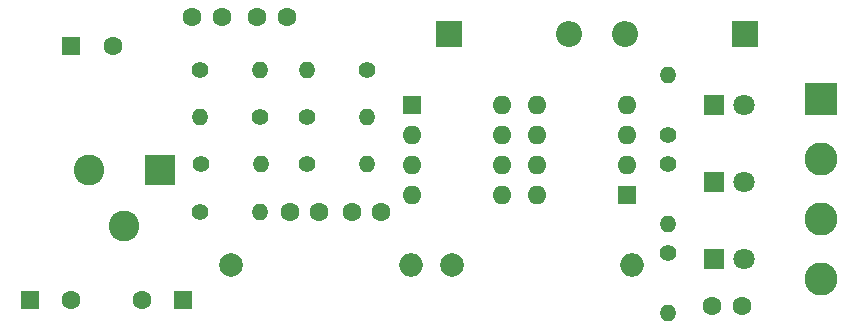
<source format=gbr>
%TF.GenerationSoftware,KiCad,Pcbnew,8.0.6*%
%TF.CreationDate,2024-11-02T03:13:20+03:00*%
%TF.ProjectId,kicad,6b696361-642e-46b6-9963-61645f706362,rev?*%
%TF.SameCoordinates,Original*%
%TF.FileFunction,Soldermask,Bot*%
%TF.FilePolarity,Negative*%
%FSLAX46Y46*%
G04 Gerber Fmt 4.6, Leading zero omitted, Abs format (unit mm)*
G04 Created by KiCad (PCBNEW 8.0.6) date 2024-11-02 03:13:20*
%MOMM*%
%LPD*%
G01*
G04 APERTURE LIST*
%ADD10R,1.800000X1.800000*%
%ADD11C,1.800000*%
%ADD12R,1.600000X1.600000*%
%ADD13C,1.600000*%
%ADD14O,1.600000X1.600000*%
%ADD15C,1.400000*%
%ADD16O,1.400000X1.400000*%
%ADD17R,2.600000X2.600000*%
%ADD18C,2.600000*%
%ADD19R,2.800000X2.800000*%
%ADD20C,2.800000*%
%ADD21R,2.200000X2.200000*%
%ADD22O,2.200000X2.200000*%
%ADD23C,2.000000*%
%ADD24O,2.000000X2.000000*%
G04 APERTURE END LIST*
D10*
%TO.C,D5*%
X188960000Y-72000000D03*
D11*
X191500000Y-72000000D03*
%TD*%
D12*
%TO.C,C5*%
X134500000Y-67000000D03*
D13*
X138000000Y-67000000D03*
%TD*%
D12*
%TO.C,U2*%
X181580000Y-79620000D03*
D14*
X181580000Y-77080000D03*
X181580000Y-74540000D03*
X181580000Y-72000000D03*
X173960000Y-72000000D03*
X173960000Y-74540000D03*
X173960000Y-77080000D03*
X173960000Y-79620000D03*
%TD*%
D15*
%TO.C,R10*%
X185000000Y-74500000D03*
D16*
X185000000Y-69420000D03*
%TD*%
D13*
%TO.C,C2*%
X144750000Y-64500000D03*
X147250000Y-64500000D03*
%TD*%
D15*
%TO.C,R4*%
X185000000Y-77000000D03*
D16*
X185000000Y-82080000D03*
%TD*%
D15*
%TO.C,R5*%
X185000000Y-84500000D03*
D16*
X185000000Y-89580000D03*
%TD*%
D12*
%TO.C,U1*%
X163380000Y-72000000D03*
D14*
X163380000Y-74540000D03*
X163380000Y-77080000D03*
X163380000Y-79620000D03*
X171000000Y-79620000D03*
X171000000Y-77080000D03*
X171000000Y-74540000D03*
X171000000Y-72000000D03*
%TD*%
D15*
%TO.C,R7*%
X145420000Y-81000000D03*
D16*
X150500000Y-81000000D03*
%TD*%
D15*
%TO.C,R3*%
X154460000Y-77000000D03*
D16*
X159540000Y-77000000D03*
%TD*%
D10*
%TO.C,D3*%
X188960000Y-85000000D03*
D11*
X191500000Y-85000000D03*
%TD*%
D15*
%TO.C,R9*%
X150500000Y-73000000D03*
D16*
X145420000Y-73000000D03*
%TD*%
D10*
%TO.C,D2*%
X188960000Y-78500000D03*
D11*
X191500000Y-78500000D03*
%TD*%
D17*
%TO.C,J3*%
X142000000Y-77500000D03*
D18*
X136000000Y-77500000D03*
X139000000Y-82200000D03*
%TD*%
D15*
%TO.C,R2*%
X154460000Y-73000000D03*
D16*
X159540000Y-73000000D03*
%TD*%
D12*
%TO.C,C1*%
X131000000Y-88500000D03*
D13*
X134500000Y-88500000D03*
%TD*%
%TO.C,C7*%
X153000000Y-81000000D03*
X155500000Y-81000000D03*
%TD*%
D15*
%TO.C,R6*%
X145460000Y-77000000D03*
D16*
X150540000Y-77000000D03*
%TD*%
D19*
%TO.C,J1*%
X198000000Y-71500000D03*
D20*
X198000000Y-76580000D03*
X198000000Y-81660000D03*
X198000000Y-86740000D03*
%TD*%
D13*
%TO.C,C3*%
X152750000Y-64500000D03*
X150250000Y-64500000D03*
%TD*%
D21*
%TO.C,D4*%
X191580000Y-66000000D03*
D22*
X181420000Y-66000000D03*
%TD*%
D23*
%TO.C,L2*%
X166760000Y-85500000D03*
D24*
X182000000Y-85500000D03*
%TD*%
D15*
%TO.C,R8*%
X145420000Y-69000000D03*
D16*
X150500000Y-69000000D03*
%TD*%
D21*
%TO.C,D1*%
X166500000Y-66000000D03*
D22*
X176660000Y-66000000D03*
%TD*%
D12*
%TO.C,C8*%
X144000000Y-88500000D03*
D13*
X140500000Y-88500000D03*
%TD*%
D23*
%TO.C,L1*%
X148000000Y-85500000D03*
D24*
X163240000Y-85500000D03*
%TD*%
D13*
%TO.C,C4*%
X158250000Y-81000000D03*
X160750000Y-81000000D03*
%TD*%
D15*
%TO.C,R1*%
X159540000Y-69000000D03*
D16*
X154460000Y-69000000D03*
%TD*%
D13*
%TO.C,C6*%
X188750000Y-89000000D03*
X191250000Y-89000000D03*
%TD*%
M02*

</source>
